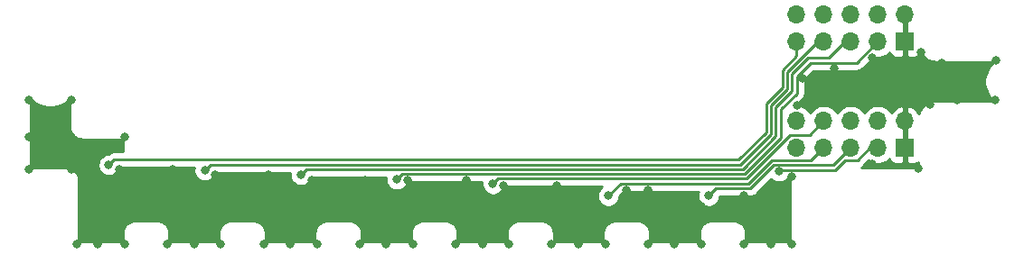
<source format=gbl>
G04 #@! TF.GenerationSoftware,KiCad,Pcbnew,(5.1.6-0-10_14)*
G04 #@! TF.CreationDate,2020-08-07T16:02:09+09:00*
G04 #@! TF.ProjectId,qPCR-photoarray,71504352-2d70-4686-9f74-6f6172726179,rev?*
G04 #@! TF.SameCoordinates,Original*
G04 #@! TF.FileFunction,Copper,L2,Bot*
G04 #@! TF.FilePolarity,Positive*
%FSLAX46Y46*%
G04 Gerber Fmt 4.6, Leading zero omitted, Abs format (unit mm)*
G04 Created by KiCad (PCBNEW (5.1.6-0-10_14)) date 2020-08-07 16:02:09*
%MOMM*%
%LPD*%
G01*
G04 APERTURE LIST*
G04 #@! TA.AperFunction,ComponentPad*
%ADD10R,1.700000X1.700000*%
G04 #@! TD*
G04 #@! TA.AperFunction,ComponentPad*
%ADD11O,1.700000X1.700000*%
G04 #@! TD*
G04 #@! TA.AperFunction,ViaPad*
%ADD12C,0.800000*%
G04 #@! TD*
G04 #@! TA.AperFunction,Conductor*
%ADD13C,0.250000*%
G04 #@! TD*
G04 #@! TA.AperFunction,Conductor*
%ADD14C,0.254000*%
G04 #@! TD*
G04 APERTURE END LIST*
D10*
G04 #@! TO.P,U2,1*
G04 #@! TO.N,GND*
X193095000Y-102000000D03*
D11*
G04 #@! TO.P,U2,2*
X193095000Y-99460000D03*
G04 #@! TO.P,U2,3*
G04 #@! TO.N,OUT16*
X190555000Y-102000000D03*
G04 #@! TO.P,U2,4*
G04 #@! TO.N,OUT15*
X190555000Y-99460000D03*
G04 #@! TO.P,U2,5*
G04 #@! TO.N,OUT14*
X188015000Y-102000000D03*
G04 #@! TO.P,U2,6*
G04 #@! TO.N,OUT13*
X188015000Y-99460000D03*
G04 #@! TO.P,U2,7*
G04 #@! TO.N,OUT12*
X185475000Y-102000000D03*
G04 #@! TO.P,U2,8*
G04 #@! TO.N,OUT10*
X185475000Y-99460000D03*
G04 #@! TO.P,U2,9*
G04 #@! TO.N,OUT11*
X182935000Y-102000000D03*
G04 #@! TO.P,U2,10*
G04 #@! TO.N,OUT9*
X182935000Y-99460000D03*
G04 #@! TD*
G04 #@! TO.P,U1,10*
G04 #@! TO.N,OUT1*
X182935000Y-89460000D03*
G04 #@! TO.P,U1,9*
G04 #@! TO.N,OUT2*
X182935000Y-92000000D03*
G04 #@! TO.P,U1,8*
G04 #@! TO.N,OUT3*
X185475000Y-89460000D03*
G04 #@! TO.P,U1,7*
G04 #@! TO.N,OUT4*
X185475000Y-92000000D03*
G04 #@! TO.P,U1,6*
G04 #@! TO.N,OUT5*
X188015000Y-89460000D03*
G04 #@! TO.P,U1,5*
G04 #@! TO.N,OUT6*
X188015000Y-92000000D03*
G04 #@! TO.P,U1,4*
G04 #@! TO.N,OUT7*
X190555000Y-89460000D03*
G04 #@! TO.P,U1,3*
G04 #@! TO.N,OUT8*
X190555000Y-92000000D03*
G04 #@! TO.P,U1,2*
G04 #@! TO.N,GND*
X193095000Y-89460000D03*
D10*
G04 #@! TO.P,U1,1*
X193095000Y-92000000D03*
G04 #@! TD*
D12*
G04 #@! TO.N,GND*
X111000000Y-97500000D03*
X194500000Y-97000000D03*
X189500000Y-98000000D03*
X195400000Y-97900000D03*
X194600000Y-93000000D03*
X201600000Y-93800000D03*
X198200000Y-95500000D03*
X196500000Y-94000000D03*
X200000000Y-95000000D03*
X115000000Y-97500000D03*
X111000000Y-101000000D03*
X111000000Y-104000000D03*
X120000000Y-101000000D03*
X115000000Y-101000000D03*
X115000000Y-104000000D03*
X119500000Y-104000000D03*
X124500000Y-104000000D03*
X122000000Y-108500000D03*
X117500000Y-111000000D03*
X126500000Y-111000000D03*
X135500000Y-111000000D03*
X144500000Y-111000000D03*
X153500000Y-111000000D03*
X162500000Y-111000000D03*
X171500000Y-111000000D03*
X180500000Y-111000000D03*
X182500000Y-111000000D03*
X178000000Y-111000000D03*
X174000000Y-111000000D03*
X169000000Y-111000000D03*
X165000000Y-111000000D03*
X160000000Y-111000000D03*
X156000000Y-111000000D03*
X151000000Y-111000000D03*
X147000000Y-111000000D03*
X142000000Y-111000000D03*
X138000000Y-111000000D03*
X133000000Y-111000000D03*
X129000000Y-111000000D03*
X124000000Y-111000000D03*
X120000000Y-111000000D03*
X115500000Y-111000000D03*
X122000000Y-106000000D03*
X131000000Y-106000000D03*
X131000000Y-108500000D03*
X128500000Y-104500000D03*
X133500000Y-104500000D03*
X140000000Y-108500000D03*
X140000000Y-106000000D03*
X142500000Y-105000000D03*
X137500000Y-105000000D03*
X149000000Y-108500000D03*
X149000000Y-106500000D03*
X146500000Y-105000000D03*
X152000000Y-105000000D03*
X158000000Y-108500000D03*
X158000000Y-106500000D03*
X155500000Y-105500000D03*
X160500000Y-105500000D03*
X176000000Y-108500000D03*
X174000000Y-107500000D03*
X178000000Y-106500000D03*
X190000000Y-103500000D03*
X183500000Y-95500000D03*
X183000000Y-98000000D03*
X186500000Y-98000000D03*
X192000000Y-98000000D03*
X186500000Y-94500000D03*
X190000000Y-93500000D03*
X185500000Y-96500000D03*
X188500000Y-96000000D03*
X191000000Y-96000000D03*
X193000000Y-95500000D03*
X201500000Y-97500000D03*
X198000000Y-97500000D03*
X113000000Y-103000000D03*
X113000000Y-99000000D03*
X116500000Y-103000000D03*
X167000000Y-108500000D03*
X169000000Y-106000000D03*
X167000000Y-106000000D03*
X194300000Y-103900000D03*
X182500000Y-104700000D03*
G04 #@! TO.N,OUT2*
X118500000Y-103600010D03*
G04 #@! TO.N,OUT4*
X127500000Y-104100000D03*
G04 #@! TO.N,OUT6*
X136500000Y-104500028D03*
G04 #@! TO.N,OUT8*
X145500000Y-104950038D03*
G04 #@! TO.N,OUT10*
X154500000Y-105400046D03*
G04 #@! TO.N,OUT12*
X165300000Y-106500000D03*
G04 #@! TO.N,OUT14*
X174700000Y-106500000D03*
G04 #@! TO.N,OUT16*
X181300000Y-104200000D03*
G04 #@! TD*
D13*
G04 #@! TO.N,GND*
X119500000Y-104000000D02*
X118500000Y-105000000D01*
X118500000Y-105000000D02*
X117500000Y-104000000D01*
X116500000Y-103000000D02*
X116500000Y-104000000D01*
X116500000Y-104000000D02*
X115000000Y-104000000D01*
X117500000Y-104000000D02*
X116500000Y-104000000D01*
G04 #@! TO.N,OUT2*
X119000010Y-103100000D02*
X118500000Y-103600010D01*
X177500000Y-103100000D02*
X119000010Y-103100000D01*
X182935000Y-93365000D02*
X182935000Y-92000000D01*
X177500000Y-103100000D02*
X180100000Y-100500000D01*
X180100000Y-100500000D02*
X180100000Y-97800000D01*
X180100000Y-97800000D02*
X181600000Y-96300000D01*
X181600000Y-94700000D02*
X182935000Y-93365000D01*
X181600000Y-96300000D02*
X181600000Y-94700000D01*
G04 #@! TO.N,OUT4*
X185475000Y-92635358D02*
X185475000Y-92000000D01*
X128049990Y-103550010D02*
X177686401Y-103550009D01*
X127500000Y-104100000D02*
X128049990Y-103550010D01*
X177686401Y-103550009D02*
X180550010Y-100686400D01*
X180550010Y-100686400D02*
X180550010Y-97986400D01*
X180550010Y-97986400D02*
X182050010Y-96486400D01*
X182050010Y-96486400D02*
X182050010Y-94886400D01*
X184936410Y-92000000D02*
X185475000Y-92000000D01*
X182050010Y-94886400D02*
X184936410Y-92000000D01*
G04 #@! TO.N,OUT6*
X184036410Y-93536410D02*
X185963590Y-93536410D01*
X185963590Y-93536410D02*
X187500000Y-92000000D01*
X136500000Y-104500028D02*
X137000010Y-104000018D01*
X187500000Y-92000000D02*
X188015000Y-92000000D01*
X137000010Y-104000018D02*
X177872802Y-104000018D01*
X182500020Y-96672800D02*
X182500020Y-95072800D01*
X182500020Y-95072800D02*
X184036410Y-93536410D01*
X181000020Y-98172800D02*
X182500020Y-96672800D01*
X181000020Y-100872800D02*
X181000020Y-98172800D01*
X177872802Y-104000018D02*
X181000020Y-100872800D01*
G04 #@! TO.N,OUT8*
X190536410Y-92000000D02*
X190555000Y-92000000D01*
X184222810Y-93986420D02*
X188568580Y-93986420D01*
X145500000Y-104950038D02*
X146000010Y-104450028D01*
X188568580Y-93986420D02*
X190555000Y-92000000D01*
X146000010Y-104450028D02*
X178059203Y-104450027D01*
X178059203Y-104450027D02*
X181450030Y-101059200D01*
X181450030Y-98359200D02*
X182950030Y-96859200D01*
X181450030Y-101059200D02*
X181450030Y-98359200D01*
X182950030Y-95259200D02*
X184222810Y-93986420D01*
X182950030Y-96859200D02*
X182950030Y-95259200D01*
G04 #@! TO.N,OUT10*
X184135000Y-100800000D02*
X185475000Y-99460000D01*
X182345640Y-100800000D02*
X184135000Y-100800000D01*
X178245604Y-104900036D02*
X182345640Y-100800000D01*
X155000010Y-104900036D02*
X178245604Y-104900036D01*
X154500000Y-105400046D02*
X155000010Y-104900036D01*
G04 #@! TO.N,OUT12*
X185475000Y-102547820D02*
X185475000Y-102000000D01*
X185100000Y-102000000D02*
X185475000Y-102000000D01*
X180607049Y-103175001D02*
X184299999Y-103175001D01*
X178432005Y-105350045D02*
X180607049Y-103175001D01*
X184299999Y-103175001D02*
X185475000Y-102000000D01*
X166449954Y-105350046D02*
X178432005Y-105350045D01*
X165300000Y-106500000D02*
X166449954Y-105350046D01*
G04 #@! TO.N,OUT14*
X187500000Y-102000000D02*
X188015000Y-102000000D01*
X180793449Y-103625011D02*
X186389989Y-103625011D01*
X186389989Y-103625011D02*
X188015000Y-102000000D01*
X178618406Y-105800054D02*
X180793449Y-103625011D01*
X175399946Y-105800054D02*
X178618406Y-105800054D01*
X174700000Y-106500000D02*
X175399946Y-105800054D01*
G04 #@! TO.N,OUT16*
X190390412Y-102000000D02*
X190555000Y-102000000D01*
X190200000Y-102000000D02*
X190555000Y-102000000D01*
X189800000Y-102000000D02*
X190555000Y-102000000D01*
X188624999Y-103175001D02*
X189800000Y-102000000D01*
X181300000Y-104100000D02*
X181324979Y-104075021D01*
X187476409Y-103175001D02*
X188624999Y-103175001D01*
X186576390Y-104075020D02*
X187476409Y-103175001D01*
X181324979Y-104075021D02*
X186576390Y-104075020D01*
X181300000Y-104200000D02*
X181300000Y-104100000D01*
G04 #@! TD*
D14*
G04 #@! TO.N,GND*
G36*
X114815000Y-100033646D02*
G01*
X114817852Y-100062600D01*
X114817831Y-100065573D01*
X114818764Y-100075092D01*
X114823824Y-100123233D01*
X114824912Y-100134282D01*
X114825024Y-100134650D01*
X114828964Y-100172140D01*
X114841455Y-100232990D01*
X114853082Y-100293942D01*
X114855845Y-100303096D01*
X114855847Y-100303102D01*
X114884702Y-100396317D01*
X114908754Y-100453533D01*
X114932020Y-100511119D01*
X114936510Y-100519564D01*
X114982923Y-100605401D01*
X115017638Y-100656867D01*
X115051636Y-100708821D01*
X115057680Y-100716232D01*
X115119882Y-100791421D01*
X115163930Y-100835162D01*
X115207369Y-100879522D01*
X115214739Y-100885618D01*
X115214744Y-100885623D01*
X115214750Y-100885627D01*
X115290360Y-100947294D01*
X115342041Y-100981632D01*
X115393306Y-101016733D01*
X115401719Y-101021282D01*
X115487880Y-101067094D01*
X115545296Y-101090758D01*
X115602339Y-101115208D01*
X115611475Y-101118036D01*
X115704893Y-101146241D01*
X115765813Y-101158303D01*
X115826530Y-101171209D01*
X115836042Y-101172209D01*
X115933159Y-101181731D01*
X115933163Y-101181731D01*
X115966353Y-101185000D01*
X119815000Y-101185000D01*
X119815001Y-102033647D01*
X119817852Y-102062591D01*
X119817831Y-102065573D01*
X119818764Y-102075092D01*
X119823838Y-102123369D01*
X119824913Y-102134283D01*
X119825023Y-102134647D01*
X119828964Y-102172140D01*
X119841455Y-102232990D01*
X119853082Y-102293942D01*
X119855845Y-102303096D01*
X119855847Y-102303102D01*
X119867269Y-102340000D01*
X119037333Y-102340000D01*
X119000010Y-102336324D01*
X118962687Y-102340000D01*
X118962677Y-102340000D01*
X118851024Y-102350997D01*
X118727309Y-102388525D01*
X118707763Y-102394454D01*
X118575733Y-102465026D01*
X118547656Y-102488069D01*
X118460009Y-102559999D01*
X118455897Y-102565010D01*
X118398061Y-102565010D01*
X118198102Y-102604784D01*
X118009744Y-102682805D01*
X117840226Y-102796073D01*
X117696063Y-102940236D01*
X117582795Y-103109754D01*
X117504774Y-103298112D01*
X117465000Y-103498071D01*
X117465000Y-103701949D01*
X117504774Y-103901908D01*
X117582795Y-104090266D01*
X117696063Y-104259784D01*
X117840226Y-104403947D01*
X118009744Y-104517215D01*
X118198102Y-104595236D01*
X118398061Y-104635010D01*
X118601939Y-104635010D01*
X118801898Y-104595236D01*
X118990256Y-104517215D01*
X119159774Y-104403947D01*
X119303937Y-104259784D01*
X119417205Y-104090266D01*
X119495226Y-103901908D01*
X119503562Y-103860000D01*
X126492462Y-103860000D01*
X126465000Y-103998061D01*
X126465000Y-104201939D01*
X126504774Y-104401898D01*
X126582795Y-104590256D01*
X126696063Y-104759774D01*
X126840226Y-104903937D01*
X127009744Y-105017205D01*
X127198102Y-105095226D01*
X127398061Y-105135000D01*
X127601939Y-105135000D01*
X127801898Y-105095226D01*
X127990256Y-105017205D01*
X128159774Y-104903937D01*
X128303937Y-104759774D01*
X128417205Y-104590256D01*
X128495226Y-104401898D01*
X128513504Y-104310010D01*
X135482520Y-104310010D01*
X135465000Y-104398089D01*
X135465000Y-104601967D01*
X135504774Y-104801926D01*
X135582795Y-104990284D01*
X135696063Y-105159802D01*
X135840226Y-105303965D01*
X136009744Y-105417233D01*
X136198102Y-105495254D01*
X136398061Y-105535028D01*
X136601939Y-105535028D01*
X136801898Y-105495254D01*
X136990256Y-105417233D01*
X137159774Y-105303965D01*
X137303937Y-105159802D01*
X137417205Y-104990284D01*
X137495226Y-104801926D01*
X137503562Y-104760018D01*
X144482520Y-104760018D01*
X144465000Y-104848099D01*
X144465000Y-105051977D01*
X144504774Y-105251936D01*
X144582795Y-105440294D01*
X144696063Y-105609812D01*
X144840226Y-105753975D01*
X145009744Y-105867243D01*
X145198102Y-105945264D01*
X145398061Y-105985038D01*
X145601939Y-105985038D01*
X145801898Y-105945264D01*
X145990256Y-105867243D01*
X146159774Y-105753975D01*
X146303937Y-105609812D01*
X146417205Y-105440294D01*
X146495226Y-105251936D01*
X146503562Y-105210028D01*
X153482520Y-105210028D01*
X153465000Y-105298107D01*
X153465000Y-105501985D01*
X153504774Y-105701944D01*
X153582795Y-105890302D01*
X153696063Y-106059820D01*
X153840226Y-106203983D01*
X154009744Y-106317251D01*
X154198102Y-106395272D01*
X154398061Y-106435046D01*
X154601939Y-106435046D01*
X154801898Y-106395272D01*
X154990256Y-106317251D01*
X155159774Y-106203983D01*
X155303937Y-106059820D01*
X155417205Y-105890302D01*
X155495226Y-105701944D01*
X155503562Y-105660036D01*
X164694144Y-105660036D01*
X164640226Y-105696063D01*
X164496063Y-105840226D01*
X164382795Y-106009744D01*
X164304774Y-106198102D01*
X164265000Y-106398061D01*
X164265000Y-106601939D01*
X164304774Y-106801898D01*
X164382795Y-106990256D01*
X164496063Y-107159774D01*
X164640226Y-107303937D01*
X164809744Y-107417205D01*
X164998102Y-107495226D01*
X165198061Y-107535000D01*
X165401939Y-107535000D01*
X165601898Y-107495226D01*
X165790256Y-107417205D01*
X165959774Y-107303937D01*
X166103937Y-107159774D01*
X166217205Y-106990256D01*
X166295226Y-106801898D01*
X166335000Y-106601939D01*
X166335000Y-106539801D01*
X166764756Y-106110046D01*
X173741249Y-106110045D01*
X173704774Y-106198102D01*
X173665000Y-106398061D01*
X173665000Y-106601939D01*
X173704774Y-106801898D01*
X173782795Y-106990256D01*
X173896063Y-107159774D01*
X174040226Y-107303937D01*
X174209744Y-107417205D01*
X174398102Y-107495226D01*
X174598061Y-107535000D01*
X174801939Y-107535000D01*
X175001898Y-107495226D01*
X175190256Y-107417205D01*
X175359774Y-107303937D01*
X175503937Y-107159774D01*
X175617205Y-106990256D01*
X175695226Y-106801898D01*
X175735000Y-106601939D01*
X175735000Y-106560054D01*
X178581084Y-106560054D01*
X178618406Y-106563730D01*
X178655728Y-106560054D01*
X178655739Y-106560054D01*
X178767392Y-106549057D01*
X178910653Y-106505600D01*
X179042682Y-106435028D01*
X179158407Y-106340055D01*
X179182210Y-106311051D01*
X180564775Y-104928486D01*
X180640226Y-105003937D01*
X180809744Y-105117205D01*
X180998102Y-105195226D01*
X181198061Y-105235000D01*
X181401939Y-105235000D01*
X181601898Y-105195226D01*
X181790256Y-105117205D01*
X181959774Y-105003937D01*
X182103937Y-104859774D01*
X182120477Y-104835021D01*
X182327898Y-104835021D01*
X182327791Y-104836041D01*
X182318269Y-104933159D01*
X182318269Y-104933173D01*
X182315001Y-104966353D01*
X182315000Y-110815000D01*
X178185000Y-110815000D01*
X178185000Y-109966353D01*
X178182148Y-109937399D01*
X178182169Y-109934427D01*
X178181236Y-109924909D01*
X178176179Y-109876790D01*
X178175088Y-109865717D01*
X178174976Y-109865348D01*
X178171036Y-109827860D01*
X178158547Y-109767017D01*
X178146918Y-109706058D01*
X178144154Y-109696902D01*
X178115298Y-109603683D01*
X178091232Y-109546434D01*
X178067979Y-109488881D01*
X178063489Y-109480436D01*
X178017077Y-109394598D01*
X177982350Y-109343115D01*
X177948364Y-109291179D01*
X177942320Y-109283767D01*
X177880118Y-109208579D01*
X177836051Y-109164818D01*
X177792630Y-109120478D01*
X177785261Y-109114381D01*
X177709640Y-109052706D01*
X177657959Y-109018368D01*
X177606694Y-108983267D01*
X177598281Y-108978718D01*
X177512120Y-108932906D01*
X177454704Y-108909242D01*
X177397661Y-108884792D01*
X177388525Y-108881964D01*
X177295107Y-108853759D01*
X177234195Y-108841698D01*
X177173471Y-108828791D01*
X177163959Y-108827791D01*
X177066841Y-108818269D01*
X177066837Y-108818269D01*
X177033647Y-108815000D01*
X174966353Y-108815000D01*
X174937399Y-108817852D01*
X174934427Y-108817831D01*
X174924909Y-108818764D01*
X174876790Y-108823821D01*
X174865717Y-108824912D01*
X174865348Y-108825024D01*
X174827860Y-108828964D01*
X174767017Y-108841453D01*
X174706058Y-108853082D01*
X174696902Y-108855846D01*
X174603683Y-108884702D01*
X174546434Y-108908768D01*
X174488881Y-108932021D01*
X174480436Y-108936511D01*
X174394598Y-108982923D01*
X174343115Y-109017650D01*
X174291179Y-109051636D01*
X174283767Y-109057680D01*
X174208579Y-109119882D01*
X174164818Y-109163949D01*
X174120478Y-109207370D01*
X174114381Y-109214739D01*
X174052706Y-109290360D01*
X174018368Y-109342041D01*
X173983267Y-109393306D01*
X173978718Y-109401719D01*
X173932906Y-109487880D01*
X173909242Y-109545296D01*
X173884792Y-109602339D01*
X173881964Y-109611475D01*
X173853759Y-109704893D01*
X173841698Y-109765805D01*
X173828791Y-109826529D01*
X173827791Y-109836041D01*
X173818269Y-109933159D01*
X173818269Y-109933173D01*
X173815001Y-109966353D01*
X173815000Y-110815000D01*
X169185000Y-110815000D01*
X169185000Y-109966353D01*
X169182148Y-109937399D01*
X169182169Y-109934427D01*
X169181236Y-109924909D01*
X169176179Y-109876790D01*
X169175088Y-109865717D01*
X169174976Y-109865348D01*
X169171036Y-109827860D01*
X169158547Y-109767017D01*
X169146918Y-109706058D01*
X169144154Y-109696902D01*
X169115298Y-109603683D01*
X169091232Y-109546434D01*
X169067979Y-109488881D01*
X169063489Y-109480436D01*
X169017077Y-109394598D01*
X168982350Y-109343115D01*
X168948364Y-109291179D01*
X168942320Y-109283767D01*
X168880118Y-109208579D01*
X168836051Y-109164818D01*
X168792630Y-109120478D01*
X168785261Y-109114381D01*
X168709640Y-109052706D01*
X168657959Y-109018368D01*
X168606694Y-108983267D01*
X168598281Y-108978718D01*
X168512120Y-108932906D01*
X168454704Y-108909242D01*
X168397661Y-108884792D01*
X168388525Y-108881964D01*
X168295107Y-108853759D01*
X168234195Y-108841698D01*
X168173471Y-108828791D01*
X168163959Y-108827791D01*
X168066841Y-108818269D01*
X168066837Y-108818269D01*
X168033647Y-108815000D01*
X165966353Y-108815000D01*
X165937399Y-108817852D01*
X165934427Y-108817831D01*
X165924909Y-108818764D01*
X165876790Y-108823821D01*
X165865717Y-108824912D01*
X165865348Y-108825024D01*
X165827860Y-108828964D01*
X165767017Y-108841453D01*
X165706058Y-108853082D01*
X165696902Y-108855846D01*
X165603683Y-108884702D01*
X165546434Y-108908768D01*
X165488881Y-108932021D01*
X165480436Y-108936511D01*
X165394598Y-108982923D01*
X165343115Y-109017650D01*
X165291179Y-109051636D01*
X165283767Y-109057680D01*
X165208579Y-109119882D01*
X165164818Y-109163949D01*
X165120478Y-109207370D01*
X165114381Y-109214739D01*
X165052706Y-109290360D01*
X165018368Y-109342041D01*
X164983267Y-109393306D01*
X164978718Y-109401719D01*
X164932906Y-109487880D01*
X164909242Y-109545296D01*
X164884792Y-109602339D01*
X164881964Y-109611475D01*
X164853759Y-109704893D01*
X164841698Y-109765805D01*
X164828791Y-109826529D01*
X164827791Y-109836041D01*
X164818269Y-109933159D01*
X164818269Y-109933173D01*
X164815001Y-109966353D01*
X164815000Y-110815000D01*
X160185000Y-110815000D01*
X160185000Y-109966353D01*
X160182148Y-109937399D01*
X160182169Y-109934427D01*
X160181236Y-109924909D01*
X160176179Y-109876790D01*
X160175088Y-109865717D01*
X160174976Y-109865348D01*
X160171036Y-109827860D01*
X160158547Y-109767017D01*
X160146918Y-109706058D01*
X160144154Y-109696902D01*
X160115298Y-109603683D01*
X160091232Y-109546434D01*
X160067979Y-109488881D01*
X160063489Y-109480436D01*
X160017077Y-109394598D01*
X159982350Y-109343115D01*
X159948364Y-109291179D01*
X159942320Y-109283767D01*
X159880118Y-109208579D01*
X159836051Y-109164818D01*
X159792630Y-109120478D01*
X159785261Y-109114381D01*
X159709640Y-109052706D01*
X159657959Y-109018368D01*
X159606694Y-108983267D01*
X159598281Y-108978718D01*
X159512120Y-108932906D01*
X159454704Y-108909242D01*
X159397661Y-108884792D01*
X159388525Y-108881964D01*
X159295107Y-108853759D01*
X159234195Y-108841698D01*
X159173471Y-108828791D01*
X159163959Y-108827791D01*
X159066841Y-108818269D01*
X159066837Y-108818269D01*
X159033647Y-108815000D01*
X156966353Y-108815000D01*
X156937399Y-108817852D01*
X156934427Y-108817831D01*
X156924909Y-108818764D01*
X156876790Y-108823821D01*
X156865717Y-108824912D01*
X156865348Y-108825024D01*
X156827860Y-108828964D01*
X156767017Y-108841453D01*
X156706058Y-108853082D01*
X156696902Y-108855846D01*
X156603683Y-108884702D01*
X156546434Y-108908768D01*
X156488881Y-108932021D01*
X156480436Y-108936511D01*
X156394598Y-108982923D01*
X156343115Y-109017650D01*
X156291179Y-109051636D01*
X156283767Y-109057680D01*
X156208579Y-109119882D01*
X156164818Y-109163949D01*
X156120478Y-109207370D01*
X156114381Y-109214739D01*
X156052706Y-109290360D01*
X156018368Y-109342041D01*
X155983267Y-109393306D01*
X155978718Y-109401719D01*
X155932906Y-109487880D01*
X155909242Y-109545296D01*
X155884792Y-109602339D01*
X155881964Y-109611475D01*
X155853759Y-109704893D01*
X155841698Y-109765805D01*
X155828791Y-109826529D01*
X155827791Y-109836041D01*
X155818269Y-109933159D01*
X155818269Y-109933173D01*
X155815001Y-109966353D01*
X155815000Y-110815000D01*
X151185000Y-110815000D01*
X151185000Y-109966353D01*
X151182148Y-109937399D01*
X151182169Y-109934427D01*
X151181236Y-109924909D01*
X151176179Y-109876790D01*
X151175088Y-109865717D01*
X151174976Y-109865348D01*
X151171036Y-109827860D01*
X151158547Y-109767017D01*
X151146918Y-109706058D01*
X151144154Y-109696902D01*
X151115298Y-109603683D01*
X151091232Y-109546434D01*
X151067979Y-109488881D01*
X151063489Y-109480436D01*
X151017077Y-109394598D01*
X150982350Y-109343115D01*
X150948364Y-109291179D01*
X150942320Y-109283767D01*
X150880118Y-109208579D01*
X150836051Y-109164818D01*
X150792630Y-109120478D01*
X150785261Y-109114381D01*
X150709640Y-109052706D01*
X150657959Y-109018368D01*
X150606694Y-108983267D01*
X150598281Y-108978718D01*
X150512120Y-108932906D01*
X150454704Y-108909242D01*
X150397661Y-108884792D01*
X150388525Y-108881964D01*
X150295107Y-108853759D01*
X150234195Y-108841698D01*
X150173471Y-108828791D01*
X150163959Y-108827791D01*
X150066841Y-108818269D01*
X150066837Y-108818269D01*
X150033647Y-108815000D01*
X147966353Y-108815000D01*
X147937399Y-108817852D01*
X147934427Y-108817831D01*
X147924909Y-108818764D01*
X147876790Y-108823821D01*
X147865717Y-108824912D01*
X147865348Y-108825024D01*
X147827860Y-108828964D01*
X147767017Y-108841453D01*
X147706058Y-108853082D01*
X147696902Y-108855846D01*
X147603683Y-108884702D01*
X147546434Y-108908768D01*
X147488881Y-108932021D01*
X147480436Y-108936511D01*
X147394598Y-108982923D01*
X147343115Y-109017650D01*
X147291179Y-109051636D01*
X147283767Y-109057680D01*
X147208579Y-109119882D01*
X147164818Y-109163949D01*
X147120478Y-109207370D01*
X147114381Y-109214739D01*
X147052706Y-109290360D01*
X147018368Y-109342041D01*
X146983267Y-109393306D01*
X146978718Y-109401719D01*
X146932906Y-109487880D01*
X146909242Y-109545296D01*
X146884792Y-109602339D01*
X146881964Y-109611475D01*
X146853759Y-109704893D01*
X146841698Y-109765805D01*
X146828791Y-109826529D01*
X146827791Y-109836041D01*
X146818269Y-109933159D01*
X146818269Y-109933173D01*
X146815001Y-109966353D01*
X146815000Y-110815000D01*
X142185000Y-110815000D01*
X142185000Y-109966353D01*
X142182148Y-109937399D01*
X142182169Y-109934427D01*
X142181236Y-109924909D01*
X142176179Y-109876790D01*
X142175088Y-109865717D01*
X142174976Y-109865348D01*
X142171036Y-109827860D01*
X142158547Y-109767017D01*
X142146918Y-109706058D01*
X142144154Y-109696902D01*
X142115298Y-109603683D01*
X142091232Y-109546434D01*
X142067979Y-109488881D01*
X142063489Y-109480436D01*
X142017077Y-109394598D01*
X141982350Y-109343115D01*
X141948364Y-109291179D01*
X141942320Y-109283767D01*
X141880118Y-109208579D01*
X141836051Y-109164818D01*
X141792630Y-109120478D01*
X141785261Y-109114381D01*
X141709640Y-109052706D01*
X141657959Y-109018368D01*
X141606694Y-108983267D01*
X141598281Y-108978718D01*
X141512120Y-108932906D01*
X141454704Y-108909242D01*
X141397661Y-108884792D01*
X141388525Y-108881964D01*
X141295107Y-108853759D01*
X141234195Y-108841698D01*
X141173471Y-108828791D01*
X141163959Y-108827791D01*
X141066841Y-108818269D01*
X141066837Y-108818269D01*
X141033647Y-108815000D01*
X138966353Y-108815000D01*
X138937399Y-108817852D01*
X138934427Y-108817831D01*
X138924909Y-108818764D01*
X138876790Y-108823821D01*
X138865717Y-108824912D01*
X138865348Y-108825024D01*
X138827860Y-108828964D01*
X138767017Y-108841453D01*
X138706058Y-108853082D01*
X138696902Y-108855846D01*
X138603683Y-108884702D01*
X138546434Y-108908768D01*
X138488881Y-108932021D01*
X138480436Y-108936511D01*
X138394598Y-108982923D01*
X138343115Y-109017650D01*
X138291179Y-109051636D01*
X138283767Y-109057680D01*
X138208579Y-109119882D01*
X138164818Y-109163949D01*
X138120478Y-109207370D01*
X138114381Y-109214739D01*
X138052706Y-109290360D01*
X138018368Y-109342041D01*
X137983267Y-109393306D01*
X137978718Y-109401719D01*
X137932906Y-109487880D01*
X137909242Y-109545296D01*
X137884792Y-109602339D01*
X137881964Y-109611475D01*
X137853759Y-109704893D01*
X137841698Y-109765805D01*
X137828791Y-109826529D01*
X137827791Y-109836041D01*
X137818269Y-109933159D01*
X137818269Y-109933173D01*
X137815001Y-109966353D01*
X137815000Y-110815000D01*
X133185000Y-110815000D01*
X133185000Y-109966353D01*
X133182148Y-109937399D01*
X133182169Y-109934427D01*
X133181236Y-109924909D01*
X133176179Y-109876790D01*
X133175088Y-109865717D01*
X133174976Y-109865348D01*
X133171036Y-109827860D01*
X133158547Y-109767017D01*
X133146918Y-109706058D01*
X133144154Y-109696902D01*
X133115298Y-109603683D01*
X133091232Y-109546434D01*
X133067979Y-109488881D01*
X133063489Y-109480436D01*
X133017077Y-109394598D01*
X132982350Y-109343115D01*
X132948364Y-109291179D01*
X132942320Y-109283767D01*
X132880118Y-109208579D01*
X132836051Y-109164818D01*
X132792630Y-109120478D01*
X132785261Y-109114381D01*
X132709640Y-109052706D01*
X132657959Y-109018368D01*
X132606694Y-108983267D01*
X132598281Y-108978718D01*
X132512120Y-108932906D01*
X132454704Y-108909242D01*
X132397661Y-108884792D01*
X132388525Y-108881964D01*
X132295107Y-108853759D01*
X132234195Y-108841698D01*
X132173471Y-108828791D01*
X132163959Y-108827791D01*
X132066841Y-108818269D01*
X132066837Y-108818269D01*
X132033647Y-108815000D01*
X129966353Y-108815000D01*
X129937399Y-108817852D01*
X129934427Y-108817831D01*
X129924909Y-108818764D01*
X129876790Y-108823821D01*
X129865717Y-108824912D01*
X129865348Y-108825024D01*
X129827860Y-108828964D01*
X129767017Y-108841453D01*
X129706058Y-108853082D01*
X129696902Y-108855846D01*
X129603683Y-108884702D01*
X129546434Y-108908768D01*
X129488881Y-108932021D01*
X129480436Y-108936511D01*
X129394598Y-108982923D01*
X129343115Y-109017650D01*
X129291179Y-109051636D01*
X129283767Y-109057680D01*
X129208579Y-109119882D01*
X129164818Y-109163949D01*
X129120478Y-109207370D01*
X129114381Y-109214739D01*
X129052706Y-109290360D01*
X129018368Y-109342041D01*
X128983267Y-109393306D01*
X128978718Y-109401719D01*
X128932906Y-109487880D01*
X128909242Y-109545296D01*
X128884792Y-109602339D01*
X128881964Y-109611475D01*
X128853759Y-109704893D01*
X128841698Y-109765805D01*
X128828791Y-109826529D01*
X128827791Y-109836041D01*
X128818269Y-109933159D01*
X128818269Y-109933173D01*
X128815001Y-109966353D01*
X128815000Y-110815000D01*
X124185000Y-110815000D01*
X124185000Y-109966353D01*
X124182148Y-109937399D01*
X124182169Y-109934427D01*
X124181236Y-109924909D01*
X124176179Y-109876790D01*
X124175088Y-109865717D01*
X124174976Y-109865348D01*
X124171036Y-109827860D01*
X124158547Y-109767017D01*
X124146918Y-109706058D01*
X124144154Y-109696902D01*
X124115298Y-109603683D01*
X124091232Y-109546434D01*
X124067979Y-109488881D01*
X124063489Y-109480436D01*
X124017077Y-109394598D01*
X123982350Y-109343115D01*
X123948364Y-109291179D01*
X123942320Y-109283767D01*
X123880118Y-109208579D01*
X123836051Y-109164818D01*
X123792630Y-109120478D01*
X123785261Y-109114381D01*
X123709640Y-109052706D01*
X123657959Y-109018368D01*
X123606694Y-108983267D01*
X123598281Y-108978718D01*
X123512120Y-108932906D01*
X123454704Y-108909242D01*
X123397661Y-108884792D01*
X123388525Y-108881964D01*
X123295107Y-108853759D01*
X123234195Y-108841698D01*
X123173471Y-108828791D01*
X123163959Y-108827791D01*
X123066841Y-108818269D01*
X123066837Y-108818269D01*
X123033647Y-108815000D01*
X120966353Y-108815000D01*
X120937399Y-108817852D01*
X120934427Y-108817831D01*
X120924909Y-108818764D01*
X120876790Y-108823821D01*
X120865717Y-108824912D01*
X120865348Y-108825024D01*
X120827860Y-108828964D01*
X120767017Y-108841453D01*
X120706058Y-108853082D01*
X120696902Y-108855846D01*
X120603683Y-108884702D01*
X120546434Y-108908768D01*
X120488881Y-108932021D01*
X120480436Y-108936511D01*
X120394598Y-108982923D01*
X120343115Y-109017650D01*
X120291179Y-109051636D01*
X120283767Y-109057680D01*
X120208579Y-109119882D01*
X120164818Y-109163949D01*
X120120478Y-109207370D01*
X120114381Y-109214739D01*
X120052706Y-109290360D01*
X120018368Y-109342041D01*
X119983267Y-109393306D01*
X119978718Y-109401719D01*
X119932906Y-109487880D01*
X119909242Y-109545296D01*
X119884792Y-109602339D01*
X119881964Y-109611475D01*
X119853759Y-109704893D01*
X119841698Y-109765805D01*
X119828791Y-109826529D01*
X119827791Y-109836041D01*
X119818269Y-109933159D01*
X119818269Y-109933173D01*
X119815001Y-109966353D01*
X119815000Y-110815000D01*
X115685000Y-110815000D01*
X115685000Y-104966353D01*
X115682148Y-104937399D01*
X115682169Y-104934427D01*
X115681236Y-104924909D01*
X115676179Y-104876790D01*
X115675088Y-104865717D01*
X115674976Y-104865348D01*
X115671036Y-104827860D01*
X115658547Y-104767017D01*
X115646918Y-104706058D01*
X115644154Y-104696902D01*
X115615298Y-104603683D01*
X115591226Y-104546419D01*
X115567979Y-104488881D01*
X115563489Y-104480436D01*
X115517077Y-104394598D01*
X115482350Y-104343115D01*
X115448364Y-104291179D01*
X115442320Y-104283767D01*
X115380118Y-104208579D01*
X115336051Y-104164818D01*
X115292630Y-104120478D01*
X115285261Y-104114381D01*
X115209640Y-104052706D01*
X115157959Y-104018368D01*
X115106694Y-103983267D01*
X115098281Y-103978718D01*
X115012120Y-103932906D01*
X114954704Y-103909242D01*
X114897661Y-103884792D01*
X114888525Y-103881964D01*
X114795107Y-103853759D01*
X114734195Y-103841698D01*
X114673471Y-103828791D01*
X114663959Y-103827791D01*
X114566841Y-103818269D01*
X114566837Y-103818269D01*
X114533647Y-103815000D01*
X111185000Y-103815000D01*
X111185000Y-97370177D01*
X111442564Y-97627741D01*
X111842721Y-97895117D01*
X112287351Y-98079289D01*
X112759368Y-98173179D01*
X113240632Y-98173179D01*
X113712649Y-98079289D01*
X114157279Y-97895117D01*
X114557436Y-97627741D01*
X114815000Y-97370177D01*
X114815000Y-100033646D01*
G37*
X114815000Y-100033646D02*
X114817852Y-100062600D01*
X114817831Y-100065573D01*
X114818764Y-100075092D01*
X114823824Y-100123233D01*
X114824912Y-100134282D01*
X114825024Y-100134650D01*
X114828964Y-100172140D01*
X114841455Y-100232990D01*
X114853082Y-100293942D01*
X114855845Y-100303096D01*
X114855847Y-100303102D01*
X114884702Y-100396317D01*
X114908754Y-100453533D01*
X114932020Y-100511119D01*
X114936510Y-100519564D01*
X114982923Y-100605401D01*
X115017638Y-100656867D01*
X115051636Y-100708821D01*
X115057680Y-100716232D01*
X115119882Y-100791421D01*
X115163930Y-100835162D01*
X115207369Y-100879522D01*
X115214739Y-100885618D01*
X115214744Y-100885623D01*
X115214750Y-100885627D01*
X115290360Y-100947294D01*
X115342041Y-100981632D01*
X115393306Y-101016733D01*
X115401719Y-101021282D01*
X115487880Y-101067094D01*
X115545296Y-101090758D01*
X115602339Y-101115208D01*
X115611475Y-101118036D01*
X115704893Y-101146241D01*
X115765813Y-101158303D01*
X115826530Y-101171209D01*
X115836042Y-101172209D01*
X115933159Y-101181731D01*
X115933163Y-101181731D01*
X115966353Y-101185000D01*
X119815000Y-101185000D01*
X119815001Y-102033647D01*
X119817852Y-102062591D01*
X119817831Y-102065573D01*
X119818764Y-102075092D01*
X119823838Y-102123369D01*
X119824913Y-102134283D01*
X119825023Y-102134647D01*
X119828964Y-102172140D01*
X119841455Y-102232990D01*
X119853082Y-102293942D01*
X119855845Y-102303096D01*
X119855847Y-102303102D01*
X119867269Y-102340000D01*
X119037333Y-102340000D01*
X119000010Y-102336324D01*
X118962687Y-102340000D01*
X118962677Y-102340000D01*
X118851024Y-102350997D01*
X118727309Y-102388525D01*
X118707763Y-102394454D01*
X118575733Y-102465026D01*
X118547656Y-102488069D01*
X118460009Y-102559999D01*
X118455897Y-102565010D01*
X118398061Y-102565010D01*
X118198102Y-102604784D01*
X118009744Y-102682805D01*
X117840226Y-102796073D01*
X117696063Y-102940236D01*
X117582795Y-103109754D01*
X117504774Y-103298112D01*
X117465000Y-103498071D01*
X117465000Y-103701949D01*
X117504774Y-103901908D01*
X117582795Y-104090266D01*
X117696063Y-104259784D01*
X117840226Y-104403947D01*
X118009744Y-104517215D01*
X118198102Y-104595236D01*
X118398061Y-104635010D01*
X118601939Y-104635010D01*
X118801898Y-104595236D01*
X118990256Y-104517215D01*
X119159774Y-104403947D01*
X119303937Y-104259784D01*
X119417205Y-104090266D01*
X119495226Y-103901908D01*
X119503562Y-103860000D01*
X126492462Y-103860000D01*
X126465000Y-103998061D01*
X126465000Y-104201939D01*
X126504774Y-104401898D01*
X126582795Y-104590256D01*
X126696063Y-104759774D01*
X126840226Y-104903937D01*
X127009744Y-105017205D01*
X127198102Y-105095226D01*
X127398061Y-105135000D01*
X127601939Y-105135000D01*
X127801898Y-105095226D01*
X127990256Y-105017205D01*
X128159774Y-104903937D01*
X128303937Y-104759774D01*
X128417205Y-104590256D01*
X128495226Y-104401898D01*
X128513504Y-104310010D01*
X135482520Y-104310010D01*
X135465000Y-104398089D01*
X135465000Y-104601967D01*
X135504774Y-104801926D01*
X135582795Y-104990284D01*
X135696063Y-105159802D01*
X135840226Y-105303965D01*
X136009744Y-105417233D01*
X136198102Y-105495254D01*
X136398061Y-105535028D01*
X136601939Y-105535028D01*
X136801898Y-105495254D01*
X136990256Y-105417233D01*
X137159774Y-105303965D01*
X137303937Y-105159802D01*
X137417205Y-104990284D01*
X137495226Y-104801926D01*
X137503562Y-104760018D01*
X144482520Y-104760018D01*
X144465000Y-104848099D01*
X144465000Y-105051977D01*
X144504774Y-105251936D01*
X144582795Y-105440294D01*
X144696063Y-105609812D01*
X144840226Y-105753975D01*
X145009744Y-105867243D01*
X145198102Y-105945264D01*
X145398061Y-105985038D01*
X145601939Y-105985038D01*
X145801898Y-105945264D01*
X145990256Y-105867243D01*
X146159774Y-105753975D01*
X146303937Y-105609812D01*
X146417205Y-105440294D01*
X146495226Y-105251936D01*
X146503562Y-105210028D01*
X153482520Y-105210028D01*
X153465000Y-105298107D01*
X153465000Y-105501985D01*
X153504774Y-105701944D01*
X153582795Y-105890302D01*
X153696063Y-106059820D01*
X153840226Y-106203983D01*
X154009744Y-106317251D01*
X154198102Y-106395272D01*
X154398061Y-106435046D01*
X154601939Y-106435046D01*
X154801898Y-106395272D01*
X154990256Y-106317251D01*
X155159774Y-106203983D01*
X155303937Y-106059820D01*
X155417205Y-105890302D01*
X155495226Y-105701944D01*
X155503562Y-105660036D01*
X164694144Y-105660036D01*
X164640226Y-105696063D01*
X164496063Y-105840226D01*
X164382795Y-106009744D01*
X164304774Y-106198102D01*
X164265000Y-106398061D01*
X164265000Y-106601939D01*
X164304774Y-106801898D01*
X164382795Y-106990256D01*
X164496063Y-107159774D01*
X164640226Y-107303937D01*
X164809744Y-107417205D01*
X164998102Y-107495226D01*
X165198061Y-107535000D01*
X165401939Y-107535000D01*
X165601898Y-107495226D01*
X165790256Y-107417205D01*
X165959774Y-107303937D01*
X166103937Y-107159774D01*
X166217205Y-106990256D01*
X166295226Y-106801898D01*
X166335000Y-106601939D01*
X166335000Y-106539801D01*
X166764756Y-106110046D01*
X173741249Y-106110045D01*
X173704774Y-106198102D01*
X173665000Y-106398061D01*
X173665000Y-106601939D01*
X173704774Y-106801898D01*
X173782795Y-106990256D01*
X173896063Y-107159774D01*
X174040226Y-107303937D01*
X174209744Y-107417205D01*
X174398102Y-107495226D01*
X174598061Y-107535000D01*
X174801939Y-107535000D01*
X175001898Y-107495226D01*
X175190256Y-107417205D01*
X175359774Y-107303937D01*
X175503937Y-107159774D01*
X175617205Y-106990256D01*
X175695226Y-106801898D01*
X175735000Y-106601939D01*
X175735000Y-106560054D01*
X178581084Y-106560054D01*
X178618406Y-106563730D01*
X178655728Y-106560054D01*
X178655739Y-106560054D01*
X178767392Y-106549057D01*
X178910653Y-106505600D01*
X179042682Y-106435028D01*
X179158407Y-106340055D01*
X179182210Y-106311051D01*
X180564775Y-104928486D01*
X180640226Y-105003937D01*
X180809744Y-105117205D01*
X180998102Y-105195226D01*
X181198061Y-105235000D01*
X181401939Y-105235000D01*
X181601898Y-105195226D01*
X181790256Y-105117205D01*
X181959774Y-105003937D01*
X182103937Y-104859774D01*
X182120477Y-104835021D01*
X182327898Y-104835021D01*
X182327791Y-104836041D01*
X182318269Y-104933159D01*
X182318269Y-104933173D01*
X182315001Y-104966353D01*
X182315000Y-110815000D01*
X178185000Y-110815000D01*
X178185000Y-109966353D01*
X178182148Y-109937399D01*
X178182169Y-109934427D01*
X178181236Y-109924909D01*
X178176179Y-109876790D01*
X178175088Y-109865717D01*
X178174976Y-109865348D01*
X178171036Y-109827860D01*
X178158547Y-109767017D01*
X178146918Y-109706058D01*
X178144154Y-109696902D01*
X178115298Y-109603683D01*
X178091232Y-109546434D01*
X178067979Y-109488881D01*
X178063489Y-109480436D01*
X178017077Y-109394598D01*
X177982350Y-109343115D01*
X177948364Y-109291179D01*
X177942320Y-109283767D01*
X177880118Y-109208579D01*
X177836051Y-109164818D01*
X177792630Y-109120478D01*
X177785261Y-109114381D01*
X177709640Y-109052706D01*
X177657959Y-109018368D01*
X177606694Y-108983267D01*
X177598281Y-108978718D01*
X177512120Y-108932906D01*
X177454704Y-108909242D01*
X177397661Y-108884792D01*
X177388525Y-108881964D01*
X177295107Y-108853759D01*
X177234195Y-108841698D01*
X177173471Y-108828791D01*
X177163959Y-108827791D01*
X177066841Y-108818269D01*
X177066837Y-108818269D01*
X177033647Y-108815000D01*
X174966353Y-108815000D01*
X174937399Y-108817852D01*
X174934427Y-108817831D01*
X174924909Y-108818764D01*
X174876790Y-108823821D01*
X174865717Y-108824912D01*
X174865348Y-108825024D01*
X174827860Y-108828964D01*
X174767017Y-108841453D01*
X174706058Y-108853082D01*
X174696902Y-108855846D01*
X174603683Y-108884702D01*
X174546434Y-108908768D01*
X174488881Y-108932021D01*
X174480436Y-108936511D01*
X174394598Y-108982923D01*
X174343115Y-109017650D01*
X174291179Y-109051636D01*
X174283767Y-109057680D01*
X174208579Y-109119882D01*
X174164818Y-109163949D01*
X174120478Y-109207370D01*
X174114381Y-109214739D01*
X174052706Y-109290360D01*
X174018368Y-109342041D01*
X173983267Y-109393306D01*
X173978718Y-109401719D01*
X173932906Y-109487880D01*
X173909242Y-109545296D01*
X173884792Y-109602339D01*
X173881964Y-109611475D01*
X173853759Y-109704893D01*
X173841698Y-109765805D01*
X173828791Y-109826529D01*
X173827791Y-109836041D01*
X173818269Y-109933159D01*
X173818269Y-109933173D01*
X173815001Y-109966353D01*
X173815000Y-110815000D01*
X169185000Y-110815000D01*
X169185000Y-109966353D01*
X169182148Y-109937399D01*
X169182169Y-109934427D01*
X169181236Y-109924909D01*
X169176179Y-109876790D01*
X169175088Y-109865717D01*
X169174976Y-109865348D01*
X169171036Y-109827860D01*
X169158547Y-109767017D01*
X169146918Y-109706058D01*
X169144154Y-109696902D01*
X169115298Y-109603683D01*
X169091232Y-109546434D01*
X169067979Y-109488881D01*
X169063489Y-109480436D01*
X169017077Y-109394598D01*
X168982350Y-109343115D01*
X168948364Y-109291179D01*
X168942320Y-109283767D01*
X168880118Y-109208579D01*
X168836051Y-109164818D01*
X168792630Y-109120478D01*
X168785261Y-109114381D01*
X168709640Y-109052706D01*
X168657959Y-109018368D01*
X168606694Y-108983267D01*
X168598281Y-108978718D01*
X168512120Y-108932906D01*
X168454704Y-108909242D01*
X168397661Y-108884792D01*
X168388525Y-108881964D01*
X168295107Y-108853759D01*
X168234195Y-108841698D01*
X168173471Y-108828791D01*
X168163959Y-108827791D01*
X168066841Y-108818269D01*
X168066837Y-108818269D01*
X168033647Y-108815000D01*
X165966353Y-108815000D01*
X165937399Y-108817852D01*
X165934427Y-108817831D01*
X165924909Y-108818764D01*
X165876790Y-108823821D01*
X165865717Y-108824912D01*
X165865348Y-108825024D01*
X165827860Y-108828964D01*
X165767017Y-108841453D01*
X165706058Y-108853082D01*
X165696902Y-108855846D01*
X165603683Y-108884702D01*
X165546434Y-108908768D01*
X165488881Y-108932021D01*
X165480436Y-108936511D01*
X165394598Y-108982923D01*
X165343115Y-109017650D01*
X165291179Y-109051636D01*
X165283767Y-109057680D01*
X165208579Y-109119882D01*
X165164818Y-109163949D01*
X165120478Y-109207370D01*
X165114381Y-109214739D01*
X165052706Y-109290360D01*
X165018368Y-109342041D01*
X164983267Y-109393306D01*
X164978718Y-109401719D01*
X164932906Y-109487880D01*
X164909242Y-109545296D01*
X164884792Y-109602339D01*
X164881964Y-109611475D01*
X164853759Y-109704893D01*
X164841698Y-109765805D01*
X164828791Y-109826529D01*
X164827791Y-109836041D01*
X164818269Y-109933159D01*
X164818269Y-109933173D01*
X164815001Y-109966353D01*
X164815000Y-110815000D01*
X160185000Y-110815000D01*
X160185000Y-109966353D01*
X160182148Y-109937399D01*
X160182169Y-109934427D01*
X160181236Y-109924909D01*
X160176179Y-109876790D01*
X160175088Y-109865717D01*
X160174976Y-109865348D01*
X160171036Y-109827860D01*
X160158547Y-109767017D01*
X160146918Y-109706058D01*
X160144154Y-109696902D01*
X160115298Y-109603683D01*
X160091232Y-109546434D01*
X160067979Y-109488881D01*
X160063489Y-109480436D01*
X160017077Y-109394598D01*
X159982350Y-109343115D01*
X159948364Y-109291179D01*
X159942320Y-109283767D01*
X159880118Y-109208579D01*
X159836051Y-109164818D01*
X159792630Y-109120478D01*
X159785261Y-109114381D01*
X159709640Y-109052706D01*
X159657959Y-109018368D01*
X159606694Y-108983267D01*
X159598281Y-108978718D01*
X159512120Y-108932906D01*
X159454704Y-108909242D01*
X159397661Y-108884792D01*
X159388525Y-108881964D01*
X159295107Y-108853759D01*
X159234195Y-108841698D01*
X159173471Y-108828791D01*
X159163959Y-108827791D01*
X159066841Y-108818269D01*
X159066837Y-108818269D01*
X159033647Y-108815000D01*
X156966353Y-108815000D01*
X156937399Y-108817852D01*
X156934427Y-108817831D01*
X156924909Y-108818764D01*
X156876790Y-108823821D01*
X156865717Y-108824912D01*
X156865348Y-108825024D01*
X156827860Y-108828964D01*
X156767017Y-108841453D01*
X156706058Y-108853082D01*
X156696902Y-108855846D01*
X156603683Y-108884702D01*
X156546434Y-108908768D01*
X156488881Y-108932021D01*
X156480436Y-108936511D01*
X156394598Y-108982923D01*
X156343115Y-109017650D01*
X156291179Y-109051636D01*
X156283767Y-109057680D01*
X156208579Y-109119882D01*
X156164818Y-109163949D01*
X156120478Y-109207370D01*
X156114381Y-109214739D01*
X156052706Y-109290360D01*
X156018368Y-109342041D01*
X155983267Y-109393306D01*
X155978718Y-109401719D01*
X155932906Y-109487880D01*
X155909242Y-109545296D01*
X155884792Y-109602339D01*
X155881964Y-109611475D01*
X155853759Y-109704893D01*
X155841698Y-109765805D01*
X155828791Y-109826529D01*
X155827791Y-109836041D01*
X155818269Y-109933159D01*
X155818269Y-109933173D01*
X155815001Y-109966353D01*
X155815000Y-110815000D01*
X151185000Y-110815000D01*
X151185000Y-109966353D01*
X151182148Y-109937399D01*
X151182169Y-109934427D01*
X151181236Y-109924909D01*
X151176179Y-109876790D01*
X151175088Y-109865717D01*
X151174976Y-109865348D01*
X151171036Y-109827860D01*
X151158547Y-109767017D01*
X151146918Y-109706058D01*
X151144154Y-109696902D01*
X151115298Y-109603683D01*
X151091232Y-109546434D01*
X151067979Y-109488881D01*
X151063489Y-109480436D01*
X151017077Y-109394598D01*
X150982350Y-109343115D01*
X150948364Y-109291179D01*
X150942320Y-109283767D01*
X150880118Y-109208579D01*
X150836051Y-109164818D01*
X150792630Y-109120478D01*
X150785261Y-109114381D01*
X150709640Y-109052706D01*
X150657959Y-109018368D01*
X150606694Y-108983267D01*
X150598281Y-108978718D01*
X150512120Y-108932906D01*
X150454704Y-108909242D01*
X150397661Y-108884792D01*
X150388525Y-108881964D01*
X150295107Y-108853759D01*
X150234195Y-108841698D01*
X150173471Y-108828791D01*
X150163959Y-108827791D01*
X150066841Y-108818269D01*
X150066837Y-108818269D01*
X150033647Y-108815000D01*
X147966353Y-108815000D01*
X147937399Y-108817852D01*
X147934427Y-108817831D01*
X147924909Y-108818764D01*
X147876790Y-108823821D01*
X147865717Y-108824912D01*
X147865348Y-108825024D01*
X147827860Y-108828964D01*
X147767017Y-108841453D01*
X147706058Y-108853082D01*
X147696902Y-108855846D01*
X147603683Y-108884702D01*
X147546434Y-108908768D01*
X147488881Y-108932021D01*
X147480436Y-108936511D01*
X147394598Y-108982923D01*
X147343115Y-109017650D01*
X147291179Y-109051636D01*
X147283767Y-109057680D01*
X147208579Y-109119882D01*
X147164818Y-109163949D01*
X147120478Y-109207370D01*
X147114381Y-109214739D01*
X147052706Y-109290360D01*
X147018368Y-109342041D01*
X146983267Y-109393306D01*
X146978718Y-109401719D01*
X146932906Y-109487880D01*
X146909242Y-109545296D01*
X146884792Y-109602339D01*
X146881964Y-109611475D01*
X146853759Y-109704893D01*
X146841698Y-109765805D01*
X146828791Y-109826529D01*
X146827791Y-109836041D01*
X146818269Y-109933159D01*
X146818269Y-109933173D01*
X146815001Y-109966353D01*
X146815000Y-110815000D01*
X142185000Y-110815000D01*
X142185000Y-109966353D01*
X142182148Y-109937399D01*
X142182169Y-109934427D01*
X142181236Y-109924909D01*
X142176179Y-109876790D01*
X142175088Y-109865717D01*
X142174976Y-109865348D01*
X142171036Y-109827860D01*
X142158547Y-109767017D01*
X142146918Y-109706058D01*
X142144154Y-109696902D01*
X142115298Y-109603683D01*
X142091232Y-109546434D01*
X142067979Y-109488881D01*
X142063489Y-109480436D01*
X142017077Y-109394598D01*
X141982350Y-109343115D01*
X141948364Y-109291179D01*
X141942320Y-109283767D01*
X141880118Y-109208579D01*
X141836051Y-109164818D01*
X141792630Y-109120478D01*
X141785261Y-109114381D01*
X141709640Y-109052706D01*
X141657959Y-109018368D01*
X141606694Y-108983267D01*
X141598281Y-108978718D01*
X141512120Y-108932906D01*
X141454704Y-108909242D01*
X141397661Y-108884792D01*
X141388525Y-108881964D01*
X141295107Y-108853759D01*
X141234195Y-108841698D01*
X141173471Y-108828791D01*
X141163959Y-108827791D01*
X141066841Y-108818269D01*
X141066837Y-108818269D01*
X141033647Y-108815000D01*
X138966353Y-108815000D01*
X138937399Y-108817852D01*
X138934427Y-108817831D01*
X138924909Y-108818764D01*
X138876790Y-108823821D01*
X138865717Y-108824912D01*
X138865348Y-108825024D01*
X138827860Y-108828964D01*
X138767017Y-108841453D01*
X138706058Y-108853082D01*
X138696902Y-108855846D01*
X138603683Y-108884702D01*
X138546434Y-108908768D01*
X138488881Y-108932021D01*
X138480436Y-108936511D01*
X138394598Y-108982923D01*
X138343115Y-109017650D01*
X138291179Y-109051636D01*
X138283767Y-109057680D01*
X138208579Y-109119882D01*
X138164818Y-109163949D01*
X138120478Y-109207370D01*
X138114381Y-109214739D01*
X138052706Y-109290360D01*
X138018368Y-109342041D01*
X137983267Y-109393306D01*
X137978718Y-109401719D01*
X137932906Y-109487880D01*
X137909242Y-109545296D01*
X137884792Y-109602339D01*
X137881964Y-109611475D01*
X137853759Y-109704893D01*
X137841698Y-109765805D01*
X137828791Y-109826529D01*
X137827791Y-109836041D01*
X137818269Y-109933159D01*
X137818269Y-109933173D01*
X137815001Y-109966353D01*
X137815000Y-110815000D01*
X133185000Y-110815000D01*
X133185000Y-109966353D01*
X133182148Y-109937399D01*
X133182169Y-109934427D01*
X133181236Y-109924909D01*
X133176179Y-109876790D01*
X133175088Y-109865717D01*
X133174976Y-109865348D01*
X133171036Y-109827860D01*
X133158547Y-109767017D01*
X133146918Y-109706058D01*
X133144154Y-109696902D01*
X133115298Y-109603683D01*
X133091232Y-109546434D01*
X133067979Y-109488881D01*
X133063489Y-109480436D01*
X133017077Y-109394598D01*
X132982350Y-109343115D01*
X132948364Y-109291179D01*
X132942320Y-109283767D01*
X132880118Y-109208579D01*
X132836051Y-109164818D01*
X132792630Y-109120478D01*
X132785261Y-109114381D01*
X132709640Y-109052706D01*
X132657959Y-109018368D01*
X132606694Y-108983267D01*
X132598281Y-108978718D01*
X132512120Y-108932906D01*
X132454704Y-108909242D01*
X132397661Y-108884792D01*
X132388525Y-108881964D01*
X132295107Y-108853759D01*
X132234195Y-108841698D01*
X132173471Y-108828791D01*
X132163959Y-108827791D01*
X132066841Y-108818269D01*
X132066837Y-108818269D01*
X132033647Y-108815000D01*
X129966353Y-108815000D01*
X129937399Y-108817852D01*
X129934427Y-108817831D01*
X129924909Y-108818764D01*
X129876790Y-108823821D01*
X129865717Y-108824912D01*
X129865348Y-108825024D01*
X129827860Y-108828964D01*
X129767017Y-108841453D01*
X129706058Y-108853082D01*
X129696902Y-108855846D01*
X129603683Y-108884702D01*
X129546434Y-108908768D01*
X129488881Y-108932021D01*
X129480436Y-108936511D01*
X129394598Y-108982923D01*
X129343115Y-109017650D01*
X129291179Y-109051636D01*
X129283767Y-109057680D01*
X129208579Y-109119882D01*
X129164818Y-109163949D01*
X129120478Y-109207370D01*
X129114381Y-109214739D01*
X129052706Y-109290360D01*
X129018368Y-109342041D01*
X128983267Y-109393306D01*
X128978718Y-109401719D01*
X128932906Y-109487880D01*
X128909242Y-109545296D01*
X128884792Y-109602339D01*
X128881964Y-109611475D01*
X128853759Y-109704893D01*
X128841698Y-109765805D01*
X128828791Y-109826529D01*
X128827791Y-109836041D01*
X128818269Y-109933159D01*
X128818269Y-109933173D01*
X128815001Y-109966353D01*
X128815000Y-110815000D01*
X124185000Y-110815000D01*
X124185000Y-109966353D01*
X124182148Y-109937399D01*
X124182169Y-109934427D01*
X124181236Y-109924909D01*
X124176179Y-109876790D01*
X124175088Y-109865717D01*
X124174976Y-109865348D01*
X124171036Y-109827860D01*
X124158547Y-109767017D01*
X124146918Y-109706058D01*
X124144154Y-109696902D01*
X124115298Y-109603683D01*
X124091232Y-109546434D01*
X124067979Y-109488881D01*
X124063489Y-109480436D01*
X124017077Y-109394598D01*
X123982350Y-109343115D01*
X123948364Y-109291179D01*
X123942320Y-109283767D01*
X123880118Y-109208579D01*
X123836051Y-109164818D01*
X123792630Y-109120478D01*
X123785261Y-109114381D01*
X123709640Y-109052706D01*
X123657959Y-109018368D01*
X123606694Y-108983267D01*
X123598281Y-108978718D01*
X123512120Y-108932906D01*
X123454704Y-108909242D01*
X123397661Y-108884792D01*
X123388525Y-108881964D01*
X123295107Y-108853759D01*
X123234195Y-108841698D01*
X123173471Y-108828791D01*
X123163959Y-108827791D01*
X123066841Y-108818269D01*
X123066837Y-108818269D01*
X123033647Y-108815000D01*
X120966353Y-108815000D01*
X120937399Y-108817852D01*
X120934427Y-108817831D01*
X120924909Y-108818764D01*
X120876790Y-108823821D01*
X120865717Y-108824912D01*
X120865348Y-108825024D01*
X120827860Y-108828964D01*
X120767017Y-108841453D01*
X120706058Y-108853082D01*
X120696902Y-108855846D01*
X120603683Y-108884702D01*
X120546434Y-108908768D01*
X120488881Y-108932021D01*
X120480436Y-108936511D01*
X120394598Y-108982923D01*
X120343115Y-109017650D01*
X120291179Y-109051636D01*
X120283767Y-109057680D01*
X120208579Y-109119882D01*
X120164818Y-109163949D01*
X120120478Y-109207370D01*
X120114381Y-109214739D01*
X120052706Y-109290360D01*
X120018368Y-109342041D01*
X119983267Y-109393306D01*
X119978718Y-109401719D01*
X119932906Y-109487880D01*
X119909242Y-109545296D01*
X119884792Y-109602339D01*
X119881964Y-109611475D01*
X119853759Y-109704893D01*
X119841698Y-109765805D01*
X119828791Y-109826529D01*
X119827791Y-109836041D01*
X119818269Y-109933159D01*
X119818269Y-109933173D01*
X119815001Y-109966353D01*
X119815000Y-110815000D01*
X115685000Y-110815000D01*
X115685000Y-104966353D01*
X115682148Y-104937399D01*
X115682169Y-104934427D01*
X115681236Y-104924909D01*
X115676179Y-104876790D01*
X115675088Y-104865717D01*
X115674976Y-104865348D01*
X115671036Y-104827860D01*
X115658547Y-104767017D01*
X115646918Y-104706058D01*
X115644154Y-104696902D01*
X115615298Y-104603683D01*
X115591226Y-104546419D01*
X115567979Y-104488881D01*
X115563489Y-104480436D01*
X115517077Y-104394598D01*
X115482350Y-104343115D01*
X115448364Y-104291179D01*
X115442320Y-104283767D01*
X115380118Y-104208579D01*
X115336051Y-104164818D01*
X115292630Y-104120478D01*
X115285261Y-104114381D01*
X115209640Y-104052706D01*
X115157959Y-104018368D01*
X115106694Y-103983267D01*
X115098281Y-103978718D01*
X115012120Y-103932906D01*
X114954704Y-103909242D01*
X114897661Y-103884792D01*
X114888525Y-103881964D01*
X114795107Y-103853759D01*
X114734195Y-103841698D01*
X114673471Y-103828791D01*
X114663959Y-103827791D01*
X114566841Y-103818269D01*
X114566837Y-103818269D01*
X114533647Y-103815000D01*
X111185000Y-103815000D01*
X111185000Y-97370177D01*
X111442564Y-97627741D01*
X111842721Y-97895117D01*
X112287351Y-98079289D01*
X112759368Y-98173179D01*
X113240632Y-98173179D01*
X113712649Y-98079289D01*
X114157279Y-97895117D01*
X114557436Y-97627741D01*
X114815000Y-97370177D01*
X114815000Y-100033646D01*
G36*
X193222000Y-89333000D02*
G01*
X193242000Y-89333000D01*
X193242000Y-89587000D01*
X193222000Y-89587000D01*
X193222000Y-91873000D01*
X193242000Y-91873000D01*
X193242000Y-92127000D01*
X193222000Y-92127000D01*
X193222000Y-93326250D01*
X193380750Y-93485000D01*
X193945000Y-93488072D01*
X194069482Y-93475812D01*
X194189180Y-93439502D01*
X194299494Y-93380537D01*
X194396185Y-93301185D01*
X194475537Y-93204494D01*
X194534502Y-93094180D01*
X194542641Y-93067350D01*
X194568402Y-93114994D01*
X194603122Y-93166468D01*
X194637117Y-93218418D01*
X194643161Y-93225829D01*
X194767565Y-93376207D01*
X194811638Y-93419973D01*
X194855057Y-93464311D01*
X194862426Y-93470408D01*
X195013668Y-93593758D01*
X195065397Y-93628126D01*
X195116608Y-93663191D01*
X195125016Y-93667737D01*
X195125020Y-93667740D01*
X195125024Y-93667742D01*
X195297343Y-93759366D01*
X195354739Y-93783022D01*
X195411807Y-93807482D01*
X195420944Y-93810310D01*
X195607780Y-93866719D01*
X195668690Y-93878780D01*
X195729409Y-93891686D01*
X195738921Y-93892686D01*
X195933155Y-93911731D01*
X195933163Y-93911731D01*
X195966353Y-93915000D01*
X201359823Y-93915000D01*
X201102259Y-94172564D01*
X200834883Y-94572721D01*
X200650711Y-95017351D01*
X200556821Y-95489368D01*
X200556821Y-95970632D01*
X200650711Y-96442649D01*
X200834883Y-96887279D01*
X201102259Y-97287436D01*
X201359823Y-97545000D01*
X195966353Y-97545000D01*
X195937045Y-97547887D01*
X195930933Y-97547844D01*
X195921415Y-97548777D01*
X195727318Y-97569178D01*
X195666504Y-97581661D01*
X195605519Y-97593295D01*
X195596363Y-97596059D01*
X195409925Y-97653771D01*
X195352692Y-97677830D01*
X195295127Y-97701087D01*
X195286682Y-97705577D01*
X195115006Y-97798402D01*
X195063532Y-97833122D01*
X195011582Y-97867117D01*
X195004170Y-97873162D01*
X194853793Y-97997565D01*
X194810027Y-98041638D01*
X194765689Y-98085057D01*
X194759592Y-98092426D01*
X194636242Y-98243668D01*
X194601881Y-98295386D01*
X194566809Y-98346607D01*
X194562260Y-98355020D01*
X194470635Y-98527343D01*
X194446978Y-98584739D01*
X194422519Y-98641807D01*
X194419690Y-98650943D01*
X194390613Y-98747253D01*
X194290178Y-98578645D01*
X194095269Y-98362412D01*
X193861920Y-98188359D01*
X193599099Y-98063175D01*
X193451890Y-98018524D01*
X193222000Y-98139845D01*
X193222000Y-99333000D01*
X193242000Y-99333000D01*
X193242000Y-99587000D01*
X193222000Y-99587000D01*
X193222000Y-101873000D01*
X193242000Y-101873000D01*
X193242000Y-102127000D01*
X193222000Y-102127000D01*
X193222000Y-103326250D01*
X193380750Y-103485000D01*
X193945000Y-103488072D01*
X194069482Y-103475812D01*
X194189180Y-103439502D01*
X194299494Y-103380537D01*
X194315000Y-103367812D01*
X194315000Y-103466495D01*
X194305778Y-103560546D01*
X194288194Y-103618787D01*
X194259635Y-103672500D01*
X194221183Y-103719646D01*
X194174310Y-103758423D01*
X194120796Y-103787358D01*
X194062677Y-103805349D01*
X193970855Y-103815000D01*
X189039874Y-103815000D01*
X189049275Y-103809975D01*
X189165000Y-103715002D01*
X189188803Y-103685998D01*
X189676082Y-103198720D01*
X189851589Y-103315990D01*
X190121842Y-103427932D01*
X190408740Y-103485000D01*
X190701260Y-103485000D01*
X190988158Y-103427932D01*
X191258411Y-103315990D01*
X191501632Y-103153475D01*
X191633487Y-103021620D01*
X191655498Y-103094180D01*
X191714463Y-103204494D01*
X191793815Y-103301185D01*
X191890506Y-103380537D01*
X192000820Y-103439502D01*
X192120518Y-103475812D01*
X192245000Y-103488072D01*
X192809250Y-103485000D01*
X192968000Y-103326250D01*
X192968000Y-102127000D01*
X192948000Y-102127000D01*
X192948000Y-101873000D01*
X192968000Y-101873000D01*
X192968000Y-99587000D01*
X192948000Y-99587000D01*
X192948000Y-99333000D01*
X192968000Y-99333000D01*
X192968000Y-98139845D01*
X192738110Y-98018524D01*
X192590901Y-98063175D01*
X192328080Y-98188359D01*
X192094731Y-98362412D01*
X191899822Y-98578645D01*
X191830195Y-98695534D01*
X191708475Y-98513368D01*
X191501632Y-98306525D01*
X191258411Y-98144010D01*
X190988158Y-98032068D01*
X190701260Y-97975000D01*
X190408740Y-97975000D01*
X190121842Y-98032068D01*
X189851589Y-98144010D01*
X189608368Y-98306525D01*
X189401525Y-98513368D01*
X189285000Y-98687760D01*
X189168475Y-98513368D01*
X188961632Y-98306525D01*
X188718411Y-98144010D01*
X188448158Y-98032068D01*
X188161260Y-97975000D01*
X187868740Y-97975000D01*
X187581842Y-98032068D01*
X187311589Y-98144010D01*
X187068368Y-98306525D01*
X186861525Y-98513368D01*
X186745000Y-98687760D01*
X186628475Y-98513368D01*
X186421632Y-98306525D01*
X186178411Y-98144010D01*
X185908158Y-98032068D01*
X185621260Y-97975000D01*
X185328740Y-97975000D01*
X185041842Y-98032068D01*
X184771589Y-98144010D01*
X184528368Y-98306525D01*
X184321525Y-98513368D01*
X184205000Y-98687760D01*
X184088475Y-98513368D01*
X183881632Y-98306525D01*
X183638411Y-98144010D01*
X183368158Y-98032068D01*
X183081260Y-97975000D01*
X182909032Y-97975000D01*
X183461034Y-97422998D01*
X183490031Y-97399201D01*
X183585004Y-97283476D01*
X183655576Y-97151447D01*
X183699033Y-97008186D01*
X183710030Y-96896533D01*
X183710030Y-96896524D01*
X183713706Y-96859201D01*
X183710030Y-96821878D01*
X183710030Y-95574001D01*
X184537612Y-94746420D01*
X188531258Y-94746420D01*
X188568580Y-94750096D01*
X188605902Y-94746420D01*
X188605913Y-94746420D01*
X188717566Y-94735423D01*
X188860827Y-94691966D01*
X188992856Y-94621394D01*
X189108581Y-94526421D01*
X189132384Y-94497417D01*
X190188592Y-93441210D01*
X190408740Y-93485000D01*
X190701260Y-93485000D01*
X190988158Y-93427932D01*
X191258411Y-93315990D01*
X191501632Y-93153475D01*
X191633487Y-93021620D01*
X191655498Y-93094180D01*
X191714463Y-93204494D01*
X191793815Y-93301185D01*
X191890506Y-93380537D01*
X192000820Y-93439502D01*
X192120518Y-93475812D01*
X192245000Y-93488072D01*
X192809250Y-93485000D01*
X192968000Y-93326250D01*
X192968000Y-92127000D01*
X192948000Y-92127000D01*
X192948000Y-91873000D01*
X192968000Y-91873000D01*
X192968000Y-89587000D01*
X192948000Y-89587000D01*
X192948000Y-89333000D01*
X192968000Y-89333000D01*
X192968000Y-89313000D01*
X193222000Y-89313000D01*
X193222000Y-89333000D01*
G37*
X193222000Y-89333000D02*
X193242000Y-89333000D01*
X193242000Y-89587000D01*
X193222000Y-89587000D01*
X193222000Y-91873000D01*
X193242000Y-91873000D01*
X193242000Y-92127000D01*
X193222000Y-92127000D01*
X193222000Y-93326250D01*
X193380750Y-93485000D01*
X193945000Y-93488072D01*
X194069482Y-93475812D01*
X194189180Y-93439502D01*
X194299494Y-93380537D01*
X194396185Y-93301185D01*
X194475537Y-93204494D01*
X194534502Y-93094180D01*
X194542641Y-93067350D01*
X194568402Y-93114994D01*
X194603122Y-93166468D01*
X194637117Y-93218418D01*
X194643161Y-93225829D01*
X194767565Y-93376207D01*
X194811638Y-93419973D01*
X194855057Y-93464311D01*
X194862426Y-93470408D01*
X195013668Y-93593758D01*
X195065397Y-93628126D01*
X195116608Y-93663191D01*
X195125016Y-93667737D01*
X195125020Y-93667740D01*
X195125024Y-93667742D01*
X195297343Y-93759366D01*
X195354739Y-93783022D01*
X195411807Y-93807482D01*
X195420944Y-93810310D01*
X195607780Y-93866719D01*
X195668690Y-93878780D01*
X195729409Y-93891686D01*
X195738921Y-93892686D01*
X195933155Y-93911731D01*
X195933163Y-93911731D01*
X195966353Y-93915000D01*
X201359823Y-93915000D01*
X201102259Y-94172564D01*
X200834883Y-94572721D01*
X200650711Y-95017351D01*
X200556821Y-95489368D01*
X200556821Y-95970632D01*
X200650711Y-96442649D01*
X200834883Y-96887279D01*
X201102259Y-97287436D01*
X201359823Y-97545000D01*
X195966353Y-97545000D01*
X195937045Y-97547887D01*
X195930933Y-97547844D01*
X195921415Y-97548777D01*
X195727318Y-97569178D01*
X195666504Y-97581661D01*
X195605519Y-97593295D01*
X195596363Y-97596059D01*
X195409925Y-97653771D01*
X195352692Y-97677830D01*
X195295127Y-97701087D01*
X195286682Y-97705577D01*
X195115006Y-97798402D01*
X195063532Y-97833122D01*
X195011582Y-97867117D01*
X195004170Y-97873162D01*
X194853793Y-97997565D01*
X194810027Y-98041638D01*
X194765689Y-98085057D01*
X194759592Y-98092426D01*
X194636242Y-98243668D01*
X194601881Y-98295386D01*
X194566809Y-98346607D01*
X194562260Y-98355020D01*
X194470635Y-98527343D01*
X194446978Y-98584739D01*
X194422519Y-98641807D01*
X194419690Y-98650943D01*
X194390613Y-98747253D01*
X194290178Y-98578645D01*
X194095269Y-98362412D01*
X193861920Y-98188359D01*
X193599099Y-98063175D01*
X193451890Y-98018524D01*
X193222000Y-98139845D01*
X193222000Y-99333000D01*
X193242000Y-99333000D01*
X193242000Y-99587000D01*
X193222000Y-99587000D01*
X193222000Y-101873000D01*
X193242000Y-101873000D01*
X193242000Y-102127000D01*
X193222000Y-102127000D01*
X193222000Y-103326250D01*
X193380750Y-103485000D01*
X193945000Y-103488072D01*
X194069482Y-103475812D01*
X194189180Y-103439502D01*
X194299494Y-103380537D01*
X194315000Y-103367812D01*
X194315000Y-103466495D01*
X194305778Y-103560546D01*
X194288194Y-103618787D01*
X194259635Y-103672500D01*
X194221183Y-103719646D01*
X194174310Y-103758423D01*
X194120796Y-103787358D01*
X194062677Y-103805349D01*
X193970855Y-103815000D01*
X189039874Y-103815000D01*
X189049275Y-103809975D01*
X189165000Y-103715002D01*
X189188803Y-103685998D01*
X189676082Y-103198720D01*
X189851589Y-103315990D01*
X190121842Y-103427932D01*
X190408740Y-103485000D01*
X190701260Y-103485000D01*
X190988158Y-103427932D01*
X191258411Y-103315990D01*
X191501632Y-103153475D01*
X191633487Y-103021620D01*
X191655498Y-103094180D01*
X191714463Y-103204494D01*
X191793815Y-103301185D01*
X191890506Y-103380537D01*
X192000820Y-103439502D01*
X192120518Y-103475812D01*
X192245000Y-103488072D01*
X192809250Y-103485000D01*
X192968000Y-103326250D01*
X192968000Y-102127000D01*
X192948000Y-102127000D01*
X192948000Y-101873000D01*
X192968000Y-101873000D01*
X192968000Y-99587000D01*
X192948000Y-99587000D01*
X192948000Y-99333000D01*
X192968000Y-99333000D01*
X192968000Y-98139845D01*
X192738110Y-98018524D01*
X192590901Y-98063175D01*
X192328080Y-98188359D01*
X192094731Y-98362412D01*
X191899822Y-98578645D01*
X191830195Y-98695534D01*
X191708475Y-98513368D01*
X191501632Y-98306525D01*
X191258411Y-98144010D01*
X190988158Y-98032068D01*
X190701260Y-97975000D01*
X190408740Y-97975000D01*
X190121842Y-98032068D01*
X189851589Y-98144010D01*
X189608368Y-98306525D01*
X189401525Y-98513368D01*
X189285000Y-98687760D01*
X189168475Y-98513368D01*
X188961632Y-98306525D01*
X188718411Y-98144010D01*
X188448158Y-98032068D01*
X188161260Y-97975000D01*
X187868740Y-97975000D01*
X187581842Y-98032068D01*
X187311589Y-98144010D01*
X187068368Y-98306525D01*
X186861525Y-98513368D01*
X186745000Y-98687760D01*
X186628475Y-98513368D01*
X186421632Y-98306525D01*
X186178411Y-98144010D01*
X185908158Y-98032068D01*
X185621260Y-97975000D01*
X185328740Y-97975000D01*
X185041842Y-98032068D01*
X184771589Y-98144010D01*
X184528368Y-98306525D01*
X184321525Y-98513368D01*
X184205000Y-98687760D01*
X184088475Y-98513368D01*
X183881632Y-98306525D01*
X183638411Y-98144010D01*
X183368158Y-98032068D01*
X183081260Y-97975000D01*
X182909032Y-97975000D01*
X183461034Y-97422998D01*
X183490031Y-97399201D01*
X183585004Y-97283476D01*
X183655576Y-97151447D01*
X183699033Y-97008186D01*
X183710030Y-96896533D01*
X183710030Y-96896524D01*
X183713706Y-96859201D01*
X183710030Y-96821878D01*
X183710030Y-95574001D01*
X184537612Y-94746420D01*
X188531258Y-94746420D01*
X188568580Y-94750096D01*
X188605902Y-94746420D01*
X188605913Y-94746420D01*
X188717566Y-94735423D01*
X188860827Y-94691966D01*
X188992856Y-94621394D01*
X189108581Y-94526421D01*
X189132384Y-94497417D01*
X190188592Y-93441210D01*
X190408740Y-93485000D01*
X190701260Y-93485000D01*
X190988158Y-93427932D01*
X191258411Y-93315990D01*
X191501632Y-93153475D01*
X191633487Y-93021620D01*
X191655498Y-93094180D01*
X191714463Y-93204494D01*
X191793815Y-93301185D01*
X191890506Y-93380537D01*
X192000820Y-93439502D01*
X192120518Y-93475812D01*
X192245000Y-93488072D01*
X192809250Y-93485000D01*
X192968000Y-93326250D01*
X192968000Y-92127000D01*
X192948000Y-92127000D01*
X192948000Y-91873000D01*
X192968000Y-91873000D01*
X192968000Y-89587000D01*
X192948000Y-89587000D01*
X192948000Y-89333000D01*
X192968000Y-89333000D01*
X192968000Y-89313000D01*
X193222000Y-89313000D01*
X193222000Y-89333000D01*
G04 #@! TD*
M02*

</source>
